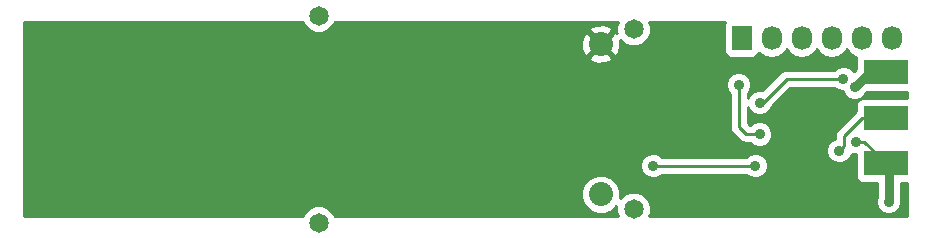
<source format=gbl>
%FSLAX46Y46*%
G04 Gerber Fmt 4.6, Leading zero omitted, Abs format (unit mm)*
G04 Created by KiCad (PCBNEW (2014-jul-16 BZR unknown)-product) date Fri 27 Mar 2015 10:35:30 AM EDT*
%MOMM*%
G01*
G04 APERTURE LIST*
%ADD10C,0.100000*%
%ADD11C,2.032000*%
%ADD12C,1.651000*%
%ADD13R,1.727200X2.032000*%
%ADD14O,1.727200X2.032000*%
%ADD15R,3.810000X2.100000*%
%ADD16C,0.889000*%
%ADD17C,0.762000*%
%ADD18C,0.254000*%
G04 APERTURE END LIST*
D10*
D11*
X166370000Y-83820000D03*
X166370000Y-71120000D03*
D12*
X142494000Y-86233000D03*
X142494000Y-68707000D03*
X169164000Y-69850000D03*
X169164000Y-85090000D03*
D13*
X178308000Y-70612000D03*
D14*
X180848000Y-70612000D03*
X183388000Y-70612000D03*
X185928000Y-70612000D03*
X188468000Y-70612000D03*
X191008000Y-70612000D03*
D15*
X190525400Y-81223000D03*
X190525400Y-77343000D03*
X190525400Y-73463000D03*
D16*
X190754000Y-84455000D03*
X187960000Y-79375000D03*
X187210700Y-82918300D03*
X186118500Y-78206600D03*
X176784000Y-73914000D03*
X166116000Y-78359000D03*
X166751000Y-76454000D03*
X186928760Y-74038460D03*
X179832000Y-76073000D03*
X186563000Y-80137000D03*
X179451000Y-81407000D03*
X170815000Y-81407000D03*
X178054000Y-74549000D03*
X179832000Y-78740000D03*
X187883800Y-74739500D03*
D17*
X190754000Y-81451600D02*
X190754000Y-84455000D01*
D18*
X187960000Y-79375000D02*
X188677400Y-79375000D01*
X188677400Y-79375000D02*
X190525400Y-81223000D01*
D17*
X190754000Y-81451600D02*
X190525400Y-81223000D01*
D18*
X186118500Y-78206600D02*
X186118500Y-78232000D01*
X183388000Y-70650100D02*
X183388000Y-70612000D01*
X179832000Y-76073000D02*
X180086000Y-76073000D01*
X186928760Y-74038460D02*
X182118000Y-74041000D01*
X180086000Y-76073000D02*
X182118000Y-74041000D01*
X186944000Y-78905100D02*
X186944000Y-79756000D01*
X186944000Y-78905100D02*
X188506100Y-77343000D01*
X186563000Y-80137000D02*
X186944000Y-79756000D01*
X188506100Y-77343000D02*
X190754000Y-77343000D01*
X190754000Y-77343000D02*
X189611000Y-77343000D01*
X190754000Y-77343000D02*
X189611000Y-77343000D01*
X179451000Y-81407000D02*
X177800000Y-81407000D01*
X177800000Y-81407000D02*
X170815000Y-81407000D01*
X178689000Y-78740000D02*
X179832000Y-78740000D01*
X178054000Y-78105000D02*
X178689000Y-78740000D01*
X178054000Y-74549000D02*
X178054000Y-78105000D01*
D17*
X187883800Y-74739500D02*
X189160300Y-73463000D01*
X189160300Y-73463000D02*
X190525400Y-73463000D01*
D18*
G36*
X191155000Y-70739000D02*
X191135000Y-70739000D01*
X191135000Y-70759000D01*
X190881000Y-70759000D01*
X190881000Y-70739000D01*
X190861000Y-70739000D01*
X190861000Y-70485000D01*
X190881000Y-70485000D01*
X190881000Y-70465000D01*
X191135000Y-70465000D01*
X191135000Y-70485000D01*
X191155000Y-70485000D01*
X191155000Y-70739000D01*
X191155000Y-70739000D01*
G37*
X191155000Y-70739000D02*
X191135000Y-70739000D01*
X191135000Y-70759000D01*
X190881000Y-70759000D01*
X190881000Y-70739000D01*
X190861000Y-70739000D01*
X190861000Y-70485000D01*
X190881000Y-70485000D01*
X190881000Y-70465000D01*
X191135000Y-70465000D01*
X191135000Y-70485000D01*
X191155000Y-70485000D01*
X191155000Y-70739000D01*
G36*
X192355000Y-85675000D02*
X180530687Y-85675000D01*
X180530687Y-81193216D01*
X180366689Y-80796311D01*
X180063286Y-80492378D01*
X179666668Y-80327687D01*
X179237216Y-80327313D01*
X178840311Y-80491311D01*
X178686353Y-80645000D01*
X177800000Y-80645000D01*
X171579641Y-80645000D01*
X171427286Y-80492378D01*
X171030668Y-80327687D01*
X170601216Y-80327313D01*
X170204311Y-80491311D01*
X169900378Y-80794714D01*
X169735687Y-81191332D01*
X169735313Y-81620784D01*
X169899311Y-82017689D01*
X170202714Y-82321622D01*
X170599332Y-82486313D01*
X171028784Y-82486687D01*
X171425689Y-82322689D01*
X171579646Y-82169000D01*
X177800000Y-82169000D01*
X178686358Y-82169000D01*
X178838714Y-82321622D01*
X179235332Y-82486313D01*
X179664784Y-82486687D01*
X180061689Y-82322689D01*
X180365622Y-82019286D01*
X180530313Y-81622668D01*
X180530687Y-81193216D01*
X180530687Y-85675000D01*
X170502493Y-85675000D01*
X170624246Y-85381786D01*
X170624753Y-84800763D01*
X170402874Y-84263774D01*
X169992387Y-83852570D01*
X169455786Y-83629754D01*
X168874763Y-83629247D01*
X168337774Y-83851126D01*
X168008096Y-84180228D01*
X168020713Y-84149845D01*
X168021286Y-83493037D01*
X167770466Y-82886005D01*
X167354502Y-82469314D01*
X167354502Y-72284107D01*
X166370000Y-71299605D01*
X166190395Y-71479210D01*
X166190395Y-71120000D01*
X165205893Y-70135498D01*
X164937378Y-70236120D01*
X164708184Y-70851642D01*
X164731986Y-71508019D01*
X164937378Y-72003880D01*
X165205893Y-72104502D01*
X166190395Y-71120000D01*
X166190395Y-71479210D01*
X165385498Y-72284107D01*
X165486120Y-72552622D01*
X166101642Y-72781816D01*
X166758019Y-72758014D01*
X167253880Y-72552622D01*
X167354502Y-72284107D01*
X167354502Y-82469314D01*
X167306437Y-82421166D01*
X166699845Y-82169287D01*
X166043037Y-82168714D01*
X165436005Y-82419534D01*
X164971166Y-82883563D01*
X164719287Y-83490155D01*
X164718714Y-84146963D01*
X164969534Y-84753995D01*
X165433563Y-85218834D01*
X166040155Y-85470713D01*
X166696963Y-85471286D01*
X167303995Y-85220466D01*
X167703733Y-84821423D01*
X167703247Y-85379237D01*
X167825453Y-85675000D01*
X143843702Y-85675000D01*
X143732874Y-85406774D01*
X143322387Y-84995570D01*
X142785786Y-84772754D01*
X142204763Y-84772247D01*
X141667774Y-84994126D01*
X141256570Y-85404613D01*
X141144295Y-85675000D01*
X117525000Y-85675000D01*
X117525000Y-69265000D01*
X141144297Y-69265000D01*
X141255126Y-69533226D01*
X141665613Y-69944430D01*
X142202214Y-70167246D01*
X142783237Y-70167753D01*
X143320226Y-69945874D01*
X143731430Y-69535387D01*
X143843704Y-69265000D01*
X167825506Y-69265000D01*
X167703754Y-69558214D01*
X167703247Y-70139237D01*
X167732406Y-70209807D01*
X167534107Y-70135498D01*
X167354502Y-70315103D01*
X167354502Y-69955893D01*
X167253880Y-69687378D01*
X166638358Y-69458184D01*
X165981981Y-69481986D01*
X165486120Y-69687378D01*
X165385498Y-69955893D01*
X166370000Y-70940395D01*
X167354502Y-69955893D01*
X167354502Y-70315103D01*
X166549605Y-71120000D01*
X167534107Y-72104502D01*
X167802622Y-72003880D01*
X168031816Y-71388358D01*
X168009040Y-70760287D01*
X168335613Y-71087430D01*
X168872214Y-71310246D01*
X169453237Y-71310753D01*
X169990226Y-71088874D01*
X170401430Y-70678387D01*
X170624246Y-70141786D01*
X170624753Y-69560763D01*
X170502546Y-69265000D01*
X176894185Y-69265000D01*
X176809400Y-69469690D01*
X176809400Y-69722309D01*
X176809400Y-71754309D01*
X176906073Y-71987698D01*
X177084701Y-72166327D01*
X177318090Y-72263000D01*
X177570709Y-72263000D01*
X179297909Y-72263000D01*
X179531298Y-72166327D01*
X179709927Y-71987699D01*
X179773500Y-71834220D01*
X179788330Y-71856415D01*
X180274511Y-72181271D01*
X180848000Y-72295345D01*
X181421489Y-72181271D01*
X181907670Y-71856415D01*
X182118000Y-71541634D01*
X182328330Y-71856415D01*
X182814511Y-72181271D01*
X183388000Y-72295345D01*
X183961489Y-72181271D01*
X184447670Y-71856415D01*
X184658000Y-71541634D01*
X184868330Y-71856415D01*
X185354511Y-72181271D01*
X185928000Y-72295345D01*
X186501489Y-72181271D01*
X186987670Y-71856415D01*
X187198000Y-71541634D01*
X187408330Y-71856415D01*
X187894511Y-72181271D01*
X188018823Y-72205998D01*
X187985400Y-72286690D01*
X187985400Y-72539309D01*
X187985400Y-73201059D01*
X187801606Y-73384853D01*
X187541046Y-73123838D01*
X187144428Y-72959147D01*
X186714976Y-72958773D01*
X186318071Y-73122771D01*
X186163709Y-73276863D01*
X182117598Y-73279000D01*
X181971666Y-73308107D01*
X181826396Y-73337004D01*
X181826226Y-73337117D01*
X181826023Y-73337158D01*
X181702466Y-73419810D01*
X181579185Y-73502185D01*
X180075942Y-75005427D01*
X180047668Y-74993687D01*
X179618216Y-74993313D01*
X179221311Y-75157311D01*
X178917378Y-75460714D01*
X178816000Y-75704858D01*
X178816000Y-75313641D01*
X178968622Y-75161286D01*
X179133313Y-74764668D01*
X179133687Y-74335216D01*
X178969689Y-73938311D01*
X178666286Y-73634378D01*
X178269668Y-73469687D01*
X177840216Y-73469313D01*
X177443311Y-73633311D01*
X177139378Y-73936714D01*
X176974687Y-74333332D01*
X176974313Y-74762784D01*
X177138311Y-75159689D01*
X177292000Y-75313646D01*
X177292000Y-78105000D01*
X177350004Y-78396605D01*
X177515185Y-78643815D01*
X178150185Y-79278816D01*
X178298376Y-79377834D01*
X178397395Y-79443996D01*
X178397396Y-79443996D01*
X178689000Y-79502000D01*
X179067358Y-79502000D01*
X179219714Y-79654622D01*
X179616332Y-79819313D01*
X180045784Y-79819687D01*
X180442689Y-79655689D01*
X180746622Y-79352286D01*
X180911313Y-78955668D01*
X180911687Y-78526216D01*
X180747689Y-78129311D01*
X180444286Y-77825378D01*
X180047668Y-77660687D01*
X179618216Y-77660313D01*
X179221311Y-77824311D01*
X179067353Y-77978000D01*
X179004630Y-77978000D01*
X178816000Y-77789369D01*
X178816000Y-76440918D01*
X178916311Y-76683689D01*
X179219714Y-76987622D01*
X179616332Y-77152313D01*
X180045784Y-77152687D01*
X180442689Y-76988689D01*
X180746622Y-76685286D01*
X180885288Y-76351341D01*
X182433796Y-74802833D01*
X186164521Y-74800863D01*
X186316474Y-74953082D01*
X186713092Y-75117773D01*
X186872135Y-75117911D01*
X186968111Y-75350189D01*
X187271514Y-75654122D01*
X187668132Y-75818813D01*
X188097584Y-75819187D01*
X188494489Y-75655189D01*
X188798422Y-75351786D01*
X188862379Y-75197761D01*
X188912140Y-75148000D01*
X192355000Y-75148000D01*
X192355000Y-75658000D01*
X192304091Y-75658000D01*
X188494091Y-75658000D01*
X188260702Y-75754673D01*
X188082073Y-75933301D01*
X187985400Y-76166690D01*
X187985400Y-76419309D01*
X187985400Y-76792080D01*
X187967285Y-76804185D01*
X186405185Y-78366285D01*
X186240004Y-78613495D01*
X186182000Y-78905100D01*
X186182000Y-79126405D01*
X185952311Y-79221311D01*
X185648378Y-79524714D01*
X185483687Y-79921332D01*
X185483313Y-80350784D01*
X185647311Y-80747689D01*
X185950714Y-81051622D01*
X186347332Y-81216313D01*
X186776784Y-81216687D01*
X187173689Y-81052689D01*
X187477622Y-80749286D01*
X187621316Y-80403232D01*
X187744332Y-80454313D01*
X187985400Y-80454522D01*
X187985400Y-82399309D01*
X188082073Y-82632698D01*
X188260701Y-82811327D01*
X188494090Y-82908000D01*
X188746709Y-82908000D01*
X189738000Y-82908000D01*
X189738000Y-84086858D01*
X189674687Y-84239332D01*
X189674313Y-84668784D01*
X189838311Y-85065689D01*
X190141714Y-85369622D01*
X190538332Y-85534313D01*
X190967784Y-85534687D01*
X191364689Y-85370689D01*
X191668622Y-85067286D01*
X191833313Y-84670668D01*
X191833687Y-84241216D01*
X191770000Y-84087081D01*
X191770000Y-82908000D01*
X192355000Y-82908000D01*
X192355000Y-85675000D01*
X192355000Y-85675000D01*
G37*
X192355000Y-85675000D02*
X180530687Y-85675000D01*
X180530687Y-81193216D01*
X180366689Y-80796311D01*
X180063286Y-80492378D01*
X179666668Y-80327687D01*
X179237216Y-80327313D01*
X178840311Y-80491311D01*
X178686353Y-80645000D01*
X177800000Y-80645000D01*
X171579641Y-80645000D01*
X171427286Y-80492378D01*
X171030668Y-80327687D01*
X170601216Y-80327313D01*
X170204311Y-80491311D01*
X169900378Y-80794714D01*
X169735687Y-81191332D01*
X169735313Y-81620784D01*
X169899311Y-82017689D01*
X170202714Y-82321622D01*
X170599332Y-82486313D01*
X171028784Y-82486687D01*
X171425689Y-82322689D01*
X171579646Y-82169000D01*
X177800000Y-82169000D01*
X178686358Y-82169000D01*
X178838714Y-82321622D01*
X179235332Y-82486313D01*
X179664784Y-82486687D01*
X180061689Y-82322689D01*
X180365622Y-82019286D01*
X180530313Y-81622668D01*
X180530687Y-81193216D01*
X180530687Y-85675000D01*
X170502493Y-85675000D01*
X170624246Y-85381786D01*
X170624753Y-84800763D01*
X170402874Y-84263774D01*
X169992387Y-83852570D01*
X169455786Y-83629754D01*
X168874763Y-83629247D01*
X168337774Y-83851126D01*
X168008096Y-84180228D01*
X168020713Y-84149845D01*
X168021286Y-83493037D01*
X167770466Y-82886005D01*
X167354502Y-82469314D01*
X167354502Y-72284107D01*
X166370000Y-71299605D01*
X166190395Y-71479210D01*
X166190395Y-71120000D01*
X165205893Y-70135498D01*
X164937378Y-70236120D01*
X164708184Y-70851642D01*
X164731986Y-71508019D01*
X164937378Y-72003880D01*
X165205893Y-72104502D01*
X166190395Y-71120000D01*
X166190395Y-71479210D01*
X165385498Y-72284107D01*
X165486120Y-72552622D01*
X166101642Y-72781816D01*
X166758019Y-72758014D01*
X167253880Y-72552622D01*
X167354502Y-72284107D01*
X167354502Y-82469314D01*
X167306437Y-82421166D01*
X166699845Y-82169287D01*
X166043037Y-82168714D01*
X165436005Y-82419534D01*
X164971166Y-82883563D01*
X164719287Y-83490155D01*
X164718714Y-84146963D01*
X164969534Y-84753995D01*
X165433563Y-85218834D01*
X166040155Y-85470713D01*
X166696963Y-85471286D01*
X167303995Y-85220466D01*
X167703733Y-84821423D01*
X167703247Y-85379237D01*
X167825453Y-85675000D01*
X143843702Y-85675000D01*
X143732874Y-85406774D01*
X143322387Y-84995570D01*
X142785786Y-84772754D01*
X142204763Y-84772247D01*
X141667774Y-84994126D01*
X141256570Y-85404613D01*
X141144295Y-85675000D01*
X117525000Y-85675000D01*
X117525000Y-69265000D01*
X141144297Y-69265000D01*
X141255126Y-69533226D01*
X141665613Y-69944430D01*
X142202214Y-70167246D01*
X142783237Y-70167753D01*
X143320226Y-69945874D01*
X143731430Y-69535387D01*
X143843704Y-69265000D01*
X167825506Y-69265000D01*
X167703754Y-69558214D01*
X167703247Y-70139237D01*
X167732406Y-70209807D01*
X167534107Y-70135498D01*
X167354502Y-70315103D01*
X167354502Y-69955893D01*
X167253880Y-69687378D01*
X166638358Y-69458184D01*
X165981981Y-69481986D01*
X165486120Y-69687378D01*
X165385498Y-69955893D01*
X166370000Y-70940395D01*
X167354502Y-69955893D01*
X167354502Y-70315103D01*
X166549605Y-71120000D01*
X167534107Y-72104502D01*
X167802622Y-72003880D01*
X168031816Y-71388358D01*
X168009040Y-70760287D01*
X168335613Y-71087430D01*
X168872214Y-71310246D01*
X169453237Y-71310753D01*
X169990226Y-71088874D01*
X170401430Y-70678387D01*
X170624246Y-70141786D01*
X170624753Y-69560763D01*
X170502546Y-69265000D01*
X176894185Y-69265000D01*
X176809400Y-69469690D01*
X176809400Y-69722309D01*
X176809400Y-71754309D01*
X176906073Y-71987698D01*
X177084701Y-72166327D01*
X177318090Y-72263000D01*
X177570709Y-72263000D01*
X179297909Y-72263000D01*
X179531298Y-72166327D01*
X179709927Y-71987699D01*
X179773500Y-71834220D01*
X179788330Y-71856415D01*
X180274511Y-72181271D01*
X180848000Y-72295345D01*
X181421489Y-72181271D01*
X181907670Y-71856415D01*
X182118000Y-71541634D01*
X182328330Y-71856415D01*
X182814511Y-72181271D01*
X183388000Y-72295345D01*
X183961489Y-72181271D01*
X184447670Y-71856415D01*
X184658000Y-71541634D01*
X184868330Y-71856415D01*
X185354511Y-72181271D01*
X185928000Y-72295345D01*
X186501489Y-72181271D01*
X186987670Y-71856415D01*
X187198000Y-71541634D01*
X187408330Y-71856415D01*
X187894511Y-72181271D01*
X188018823Y-72205998D01*
X187985400Y-72286690D01*
X187985400Y-72539309D01*
X187985400Y-73201059D01*
X187801606Y-73384853D01*
X187541046Y-73123838D01*
X187144428Y-72959147D01*
X186714976Y-72958773D01*
X186318071Y-73122771D01*
X186163709Y-73276863D01*
X182117598Y-73279000D01*
X181971666Y-73308107D01*
X181826396Y-73337004D01*
X181826226Y-73337117D01*
X181826023Y-73337158D01*
X181702466Y-73419810D01*
X181579185Y-73502185D01*
X180075942Y-75005427D01*
X180047668Y-74993687D01*
X179618216Y-74993313D01*
X179221311Y-75157311D01*
X178917378Y-75460714D01*
X178816000Y-75704858D01*
X178816000Y-75313641D01*
X178968622Y-75161286D01*
X179133313Y-74764668D01*
X179133687Y-74335216D01*
X178969689Y-73938311D01*
X178666286Y-73634378D01*
X178269668Y-73469687D01*
X177840216Y-73469313D01*
X177443311Y-73633311D01*
X177139378Y-73936714D01*
X176974687Y-74333332D01*
X176974313Y-74762784D01*
X177138311Y-75159689D01*
X177292000Y-75313646D01*
X177292000Y-78105000D01*
X177350004Y-78396605D01*
X177515185Y-78643815D01*
X178150185Y-79278816D01*
X178298376Y-79377834D01*
X178397395Y-79443996D01*
X178397396Y-79443996D01*
X178689000Y-79502000D01*
X179067358Y-79502000D01*
X179219714Y-79654622D01*
X179616332Y-79819313D01*
X180045784Y-79819687D01*
X180442689Y-79655689D01*
X180746622Y-79352286D01*
X180911313Y-78955668D01*
X180911687Y-78526216D01*
X180747689Y-78129311D01*
X180444286Y-77825378D01*
X180047668Y-77660687D01*
X179618216Y-77660313D01*
X179221311Y-77824311D01*
X179067353Y-77978000D01*
X179004630Y-77978000D01*
X178816000Y-77789369D01*
X178816000Y-76440918D01*
X178916311Y-76683689D01*
X179219714Y-76987622D01*
X179616332Y-77152313D01*
X180045784Y-77152687D01*
X180442689Y-76988689D01*
X180746622Y-76685286D01*
X180885288Y-76351341D01*
X182433796Y-74802833D01*
X186164521Y-74800863D01*
X186316474Y-74953082D01*
X186713092Y-75117773D01*
X186872135Y-75117911D01*
X186968111Y-75350189D01*
X187271514Y-75654122D01*
X187668132Y-75818813D01*
X188097584Y-75819187D01*
X188494489Y-75655189D01*
X188798422Y-75351786D01*
X188862379Y-75197761D01*
X188912140Y-75148000D01*
X192355000Y-75148000D01*
X192355000Y-75658000D01*
X192304091Y-75658000D01*
X188494091Y-75658000D01*
X188260702Y-75754673D01*
X188082073Y-75933301D01*
X187985400Y-76166690D01*
X187985400Y-76419309D01*
X187985400Y-76792080D01*
X187967285Y-76804185D01*
X186405185Y-78366285D01*
X186240004Y-78613495D01*
X186182000Y-78905100D01*
X186182000Y-79126405D01*
X185952311Y-79221311D01*
X185648378Y-79524714D01*
X185483687Y-79921332D01*
X185483313Y-80350784D01*
X185647311Y-80747689D01*
X185950714Y-81051622D01*
X186347332Y-81216313D01*
X186776784Y-81216687D01*
X187173689Y-81052689D01*
X187477622Y-80749286D01*
X187621316Y-80403232D01*
X187744332Y-80454313D01*
X187985400Y-80454522D01*
X187985400Y-82399309D01*
X188082073Y-82632698D01*
X188260701Y-82811327D01*
X188494090Y-82908000D01*
X188746709Y-82908000D01*
X189738000Y-82908000D01*
X189738000Y-84086858D01*
X189674687Y-84239332D01*
X189674313Y-84668784D01*
X189838311Y-85065689D01*
X190141714Y-85369622D01*
X190538332Y-85534313D01*
X190967784Y-85534687D01*
X191364689Y-85370689D01*
X191668622Y-85067286D01*
X191833313Y-84670668D01*
X191833687Y-84241216D01*
X191770000Y-84087081D01*
X191770000Y-82908000D01*
X192355000Y-82908000D01*
X192355000Y-85675000D01*
M02*

</source>
